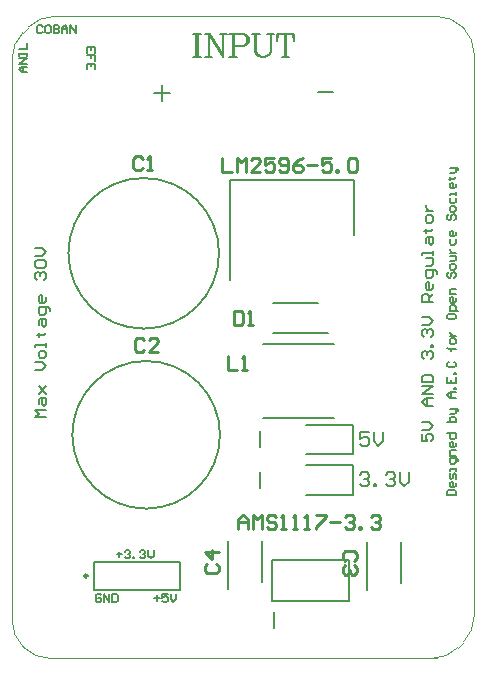
<source format=gto>
G04*
G04 #@! TF.GenerationSoftware,Altium Limited,Altium Designer,20.0.13 (296)*
G04*
G04 Layer_Color=65535*
%FSLAX44Y44*%
%MOMM*%
G71*
G01*
G75*
%ADD10C,0.1000*%
%ADD11C,0.2500*%
%ADD12C,0.2000*%
%ADD13C,0.2540*%
D10*
X1079500Y681990D02*
G03*
X1101180Y690970I0J30661D01*
G01*
X1106080Y695870D02*
G03*
X1115060Y717550I-21680J21680D01*
G01*
Y1193800D02*
G03*
X1106080Y1215480I-30661J0D01*
G01*
X1104990Y1216570D02*
G03*
X1083310Y1225550I-21680J-21680D01*
G01*
X1104990Y1216570D02*
G03*
X1083310Y1225550I-21680J-21680D01*
G01*
X759460D02*
G03*
X737780Y1216570I0J-30661D01*
G01*
X732880Y1211670D02*
G03*
X723900Y1189990I21680J-21680D01*
G01*
Y713740D02*
G03*
X732880Y692060I30661J0D01*
G01*
X733970Y690970D02*
G03*
X755650Y681990I21680J21680D01*
G01*
X733970Y690970D02*
G03*
X755650Y681990I21680J21680D01*
G01*
X759460Y1225550D02*
X1083310D01*
X1101180Y690970D02*
X1106080Y695870D01*
X1115060Y717550D02*
Y1193800D01*
X1104990Y1216570D02*
X1106080Y1215480D01*
X755650Y681990D02*
X1083310D01*
X732880Y1211670D02*
X737780Y1216570D01*
X723900Y713740D02*
Y1189990D01*
X732880Y692060D02*
X733970Y690970D01*
D11*
X787660Y751840D02*
G03*
X787660Y751840I-1250J0D01*
G01*
D12*
X899010Y1024890D02*
G03*
X899010Y1024890I-63750J0D01*
G01*
X899830Y871220D02*
G03*
X899830Y871220I-62500J0D01*
G01*
X792910Y740160D02*
X865710D01*
Y763520D01*
X792910D02*
X865710D01*
X792910Y740160D02*
Y763520D01*
X972820Y879910D02*
X1012070D01*
Y854910D02*
Y879910D01*
X972820Y854910D02*
X1012070D01*
X933450Y860660D02*
Y874160D01*
X1013600Y1040230D02*
Y1087230D01*
X908200D02*
X1013600D01*
X908200Y1001880D02*
Y1087230D01*
X936470Y948440D02*
X996470D01*
X936470Y885440D02*
X996470D01*
X944930Y957780D02*
X991030D01*
X944930Y982780D02*
X982930D01*
X973060Y845620D02*
X1012310D01*
Y820620D02*
Y845620D01*
X973060Y820620D02*
X1012310D01*
X933450Y826370D02*
Y839870D01*
X944110Y730510D02*
Y765550D01*
X1009150D01*
Y730510D02*
Y765550D01*
X944110Y730510D02*
X1009150D01*
X945480Y708030D02*
Y721030D01*
X1024610Y739770D02*
Y780770D01*
X1053110Y745770D02*
Y780770D01*
X906500Y740510D02*
Y781510D01*
X935000Y746510D02*
Y781510D01*
X749615Y1216871D02*
X748449Y1218038D01*
X746116D01*
X744950Y1216871D01*
Y1212206D01*
X746116Y1211040D01*
X748449D01*
X749615Y1212206D01*
X755447Y1218038D02*
X753114D01*
X751948Y1216871D01*
Y1212206D01*
X753114Y1211040D01*
X755447D01*
X756613Y1212206D01*
Y1216871D01*
X755447Y1218038D01*
X758945D02*
Y1211040D01*
X762444D01*
X763611Y1212206D01*
Y1213373D01*
X762444Y1214539D01*
X758945D01*
X762444D01*
X763611Y1215705D01*
Y1216871D01*
X762444Y1218038D01*
X758945D01*
X765943Y1211040D02*
Y1215705D01*
X768276Y1218038D01*
X770608Y1215705D01*
Y1211040D01*
Y1214539D01*
X765943D01*
X772941Y1211040D02*
Y1218038D01*
X777606Y1211040D01*
Y1218038D01*
X793858Y1194755D02*
Y1199420D01*
X786860D01*
Y1194755D01*
X790359Y1199420D02*
Y1197087D01*
X793858Y1187757D02*
Y1192422D01*
X790359D01*
Y1190090D01*
Y1192422D01*
X786860D01*
X793858Y1180759D02*
Y1185424D01*
X786860D01*
Y1180759D01*
X790359Y1185424D02*
Y1183092D01*
X736746Y1178241D02*
X732081D01*
X729748Y1180573D01*
X732081Y1182906D01*
X736746D01*
X733247D01*
Y1178241D01*
X736746Y1185238D02*
X729748D01*
X736746Y1189904D01*
X729748D01*
Y1192236D02*
Y1194569D01*
Y1193402D01*
X736746D01*
Y1192236D01*
Y1194569D01*
X729748Y1198068D02*
X736746D01*
Y1202733D01*
X752858Y885920D02*
X742861D01*
X746193Y889252D01*
X742861Y892585D01*
X752858D01*
X746193Y897583D02*
Y900915D01*
X747859Y902581D01*
X752858D01*
Y897583D01*
X751192Y895917D01*
X749526Y897583D01*
Y902581D01*
X746193Y905914D02*
X752858Y912578D01*
X749526Y909246D01*
X746193Y912578D01*
X752858Y905914D01*
X742861Y925907D02*
X749526D01*
X752858Y929239D01*
X749526Y932572D01*
X742861D01*
X752858Y937570D02*
Y940902D01*
X751192Y942568D01*
X747859D01*
X746193Y940902D01*
Y937570D01*
X747859Y935904D01*
X751192D01*
X752858Y937570D01*
Y945901D02*
Y949233D01*
Y947567D01*
X742861D01*
Y945901D01*
X744527Y955898D02*
X746193D01*
Y954231D01*
Y957564D01*
Y955898D01*
X751192D01*
X752858Y957564D01*
X746193Y964228D02*
Y967560D01*
X747859Y969227D01*
X752858D01*
Y964228D01*
X751192Y962562D01*
X749526Y964228D01*
Y969227D01*
X756190Y975891D02*
Y977557D01*
X754524Y979223D01*
X746193D01*
Y974225D01*
X747859Y972559D01*
X751192D01*
X752858Y974225D01*
Y979223D01*
Y987554D02*
Y984222D01*
X751192Y982555D01*
X747859D01*
X746193Y984222D01*
Y987554D01*
X747859Y989220D01*
X749526D01*
Y982555D01*
X744527Y1002549D02*
X742861Y1004215D01*
Y1007548D01*
X744527Y1009214D01*
X746193D01*
X747859Y1007548D01*
Y1005881D01*
Y1007548D01*
X749526Y1009214D01*
X751192D01*
X752858Y1007548D01*
Y1004215D01*
X751192Y1002549D01*
X744527Y1012546D02*
X742861Y1014212D01*
Y1017544D01*
X744527Y1019210D01*
X751192D01*
X752858Y1017544D01*
Y1014212D01*
X751192Y1012546D01*
X744527D01*
X742861Y1022543D02*
X749526D01*
X752858Y1025875D01*
X749526Y1029207D01*
X742861D01*
X1070521Y872264D02*
Y865600D01*
X1075519D01*
X1073853Y868932D01*
Y870598D01*
X1075519Y872264D01*
X1078852D01*
X1080518Y870598D01*
Y867266D01*
X1078852Y865600D01*
X1070521Y875597D02*
X1077186D01*
X1080518Y878929D01*
X1077186Y882261D01*
X1070521D01*
X1080518Y895590D02*
X1073853D01*
X1070521Y898923D01*
X1073853Y902255D01*
X1080518D01*
X1075519D01*
Y895590D01*
X1080518Y905587D02*
X1070521D01*
X1080518Y912252D01*
X1070521D01*
Y915584D02*
X1080518D01*
Y920582D01*
X1078852Y922248D01*
X1072187D01*
X1070521Y920582D01*
Y915584D01*
X1072187Y935577D02*
X1070521Y937244D01*
Y940576D01*
X1072187Y942242D01*
X1073853D01*
X1075519Y940576D01*
Y938910D01*
Y940576D01*
X1077186Y942242D01*
X1078852D01*
X1080518Y940576D01*
Y937244D01*
X1078852Y935577D01*
X1080518Y945574D02*
X1078852D01*
Y947240D01*
X1080518D01*
Y945574D01*
X1072187Y953905D02*
X1070521Y955571D01*
Y958903D01*
X1072187Y960569D01*
X1073853D01*
X1075519Y958903D01*
Y957237D01*
Y958903D01*
X1077186Y960569D01*
X1078852D01*
X1080518Y958903D01*
Y955571D01*
X1078852Y953905D01*
X1070521Y963902D02*
X1077186D01*
X1080518Y967234D01*
X1077186Y970566D01*
X1070521D01*
X1080518Y983895D02*
X1070521D01*
Y988894D01*
X1072187Y990560D01*
X1075519D01*
X1077186Y988894D01*
Y983895D01*
Y987227D02*
X1080518Y990560D01*
Y998890D02*
Y995558D01*
X1078852Y993892D01*
X1075519D01*
X1073853Y995558D01*
Y998890D01*
X1075519Y1000556D01*
X1077186D01*
Y993892D01*
X1083850Y1007221D02*
Y1008887D01*
X1082184Y1010553D01*
X1073853D01*
Y1005555D01*
X1075519Y1003889D01*
X1078852D01*
X1080518Y1005555D01*
Y1010553D01*
X1073853Y1013886D02*
X1078852D01*
X1080518Y1015552D01*
Y1020550D01*
X1073853D01*
X1080518Y1023882D02*
Y1027215D01*
Y1025548D01*
X1070521D01*
Y1023882D01*
X1073853Y1033879D02*
Y1037211D01*
X1075519Y1038877D01*
X1080518D01*
Y1033879D01*
X1078852Y1032213D01*
X1077186Y1033879D01*
Y1038877D01*
X1072187Y1043876D02*
X1073853D01*
Y1042210D01*
Y1045542D01*
Y1043876D01*
X1078852D01*
X1080518Y1045542D01*
Y1052206D02*
Y1055539D01*
X1078852Y1057205D01*
X1075519D01*
X1073853Y1055539D01*
Y1052206D01*
X1075519Y1050540D01*
X1078852D01*
X1080518Y1052206D01*
X1073853Y1060537D02*
X1080518D01*
X1077186D01*
X1075519Y1062203D01*
X1073853Y1063869D01*
Y1065536D01*
X1092300Y819880D02*
X1099297D01*
Y823379D01*
X1098131Y824545D01*
X1093466D01*
X1092300Y823379D01*
Y819880D01*
X1099297Y830377D02*
Y828044D01*
X1098131Y826878D01*
X1095798D01*
X1094632Y828044D01*
Y830377D01*
X1095798Y831543D01*
X1096965D01*
Y826878D01*
X1099297Y833876D02*
Y837374D01*
X1098131Y838541D01*
X1096965Y837374D01*
Y835042D01*
X1095798Y833876D01*
X1094632Y835042D01*
Y838541D01*
X1099297Y840873D02*
Y843206D01*
Y842039D01*
X1094632D01*
Y840873D01*
X1101630Y849037D02*
Y850204D01*
X1100464Y851370D01*
X1094632D01*
Y847871D01*
X1095798Y846705D01*
X1098131D01*
X1099297Y847871D01*
Y851370D01*
Y853702D02*
X1094632D01*
Y857201D01*
X1095798Y858368D01*
X1099297D01*
Y864199D02*
Y861867D01*
X1098131Y860700D01*
X1095798D01*
X1094632Y861867D01*
Y864199D01*
X1095798Y865365D01*
X1096965D01*
Y860700D01*
X1092300Y872363D02*
X1099297D01*
Y868864D01*
X1098131Y867698D01*
X1095798D01*
X1094632Y868864D01*
Y872363D01*
X1092300Y881693D02*
X1099297D01*
Y885192D01*
X1098131Y886359D01*
X1096965D01*
X1095798D01*
X1094632Y885192D01*
Y881693D01*
Y888691D02*
X1098131D01*
X1099297Y889857D01*
Y893356D01*
X1100464D01*
X1101630Y892190D01*
Y891024D01*
X1099297Y893356D02*
X1094632D01*
X1099297Y902687D02*
X1094632D01*
X1092300Y905019D01*
X1094632Y907352D01*
X1099297D01*
X1095798D01*
Y902687D01*
X1099297Y909685D02*
X1098131D01*
Y910851D01*
X1099297D01*
Y909685D01*
X1092300Y920181D02*
Y915516D01*
X1099297D01*
Y920181D01*
X1095798Y915516D02*
Y917849D01*
X1099297Y922514D02*
X1098131D01*
Y923680D01*
X1099297D01*
Y922514D01*
X1093466Y933010D02*
X1092300Y931844D01*
Y929511D01*
X1093466Y928345D01*
X1098131D01*
X1099297Y929511D01*
Y931844D01*
X1098131Y933010D01*
X1099297Y943507D02*
X1093466D01*
X1095798D01*
Y942341D01*
Y944673D01*
Y943507D01*
X1093466D01*
X1092300Y944673D01*
X1099297Y949338D02*
Y951671D01*
X1098131Y952837D01*
X1095798D01*
X1094632Y951671D01*
Y949338D01*
X1095798Y948172D01*
X1098131D01*
X1099297Y949338D01*
X1094632Y955170D02*
X1099297D01*
X1096965D01*
X1095798Y956336D01*
X1094632Y957502D01*
Y958669D01*
X1092300Y972664D02*
Y970332D01*
X1093466Y969165D01*
X1098131D01*
X1099297Y970332D01*
Y972664D01*
X1098131Y973830D01*
X1093466D01*
X1092300Y972664D01*
X1101630Y976163D02*
X1094632D01*
Y979662D01*
X1095798Y980828D01*
X1098131D01*
X1099297Y979662D01*
Y976163D01*
Y986660D02*
Y984327D01*
X1098131Y983161D01*
X1095798D01*
X1094632Y984327D01*
Y986660D01*
X1095798Y987826D01*
X1096965D01*
Y983161D01*
X1099297Y990159D02*
X1094632D01*
Y993658D01*
X1095798Y994824D01*
X1099297D01*
X1093466Y1008819D02*
X1092300Y1007653D01*
Y1005320D01*
X1093466Y1004154D01*
X1094632D01*
X1095798Y1005320D01*
Y1007653D01*
X1096965Y1008819D01*
X1098131D01*
X1099297Y1007653D01*
Y1005320D01*
X1098131Y1004154D01*
X1099297Y1012318D02*
Y1014651D01*
X1098131Y1015817D01*
X1095798D01*
X1094632Y1014651D01*
Y1012318D01*
X1095798Y1011152D01*
X1098131D01*
X1099297Y1012318D01*
X1094632Y1018150D02*
X1098131D01*
X1099297Y1019316D01*
Y1022815D01*
X1094632D01*
Y1025147D02*
X1099297D01*
X1096965D01*
X1095798Y1026314D01*
X1094632Y1027480D01*
Y1028646D01*
Y1036810D02*
Y1033311D01*
X1095798Y1032145D01*
X1098131D01*
X1099297Y1033311D01*
Y1036810D01*
Y1042642D02*
Y1040309D01*
X1098131Y1039143D01*
X1095798D01*
X1094632Y1040309D01*
Y1042642D01*
X1095798Y1043808D01*
X1096965D01*
Y1039143D01*
X1093466Y1057803D02*
X1092300Y1056637D01*
Y1054305D01*
X1093466Y1053138D01*
X1094632D01*
X1095798Y1054305D01*
Y1056637D01*
X1096965Y1057803D01*
X1098131D01*
X1099297Y1056637D01*
Y1054305D01*
X1098131Y1053138D01*
X1099297Y1061302D02*
Y1063635D01*
X1098131Y1064801D01*
X1095798D01*
X1094632Y1063635D01*
Y1061302D01*
X1095798Y1060136D01*
X1098131D01*
X1099297Y1061302D01*
X1094632Y1071799D02*
Y1068300D01*
X1095798Y1067134D01*
X1098131D01*
X1099297Y1068300D01*
Y1071799D01*
Y1074132D02*
Y1076464D01*
Y1075298D01*
X1094632D01*
Y1074132D01*
X1099297Y1083462D02*
Y1081129D01*
X1098131Y1079963D01*
X1095798D01*
X1094632Y1081129D01*
Y1083462D01*
X1095798Y1084628D01*
X1096965D01*
Y1079963D01*
X1093466Y1088127D02*
X1094632D01*
Y1086961D01*
Y1089293D01*
Y1088127D01*
X1098131D01*
X1099297Y1089293D01*
X1094632Y1092792D02*
X1098131D01*
X1099297Y1093959D01*
Y1097457D01*
X1100464D01*
X1101630Y1096291D01*
Y1095125D01*
X1099297Y1097457D02*
X1094632D01*
X844010Y733209D02*
X848675D01*
X846343Y735542D02*
Y730876D01*
X855673Y736708D02*
X851008D01*
Y733209D01*
X853340Y734375D01*
X854507D01*
X855673Y733209D01*
Y730876D01*
X854507Y729710D01*
X852174D01*
X851008Y730876D01*
X858006Y736708D02*
Y732043D01*
X860338Y729710D01*
X862671Y732043D01*
Y736708D01*
X812260Y770039D02*
X816925D01*
X814593Y772372D02*
Y767706D01*
X819258Y772372D02*
X820424Y773538D01*
X822757D01*
X823923Y772372D01*
Y771205D01*
X822757Y770039D01*
X821590D01*
X822757D01*
X823923Y768873D01*
Y767706D01*
X822757Y766540D01*
X820424D01*
X819258Y767706D01*
X826255Y766540D02*
Y767706D01*
X827422D01*
Y766540D01*
X826255D01*
X832087Y772372D02*
X833253Y773538D01*
X835586D01*
X836752Y772372D01*
Y771205D01*
X835586Y770039D01*
X834419D01*
X835586D01*
X836752Y768873D01*
Y767706D01*
X835586Y766540D01*
X833253D01*
X832087Y767706D01*
X839085Y773538D02*
Y768873D01*
X841417Y766540D01*
X843750Y768873D01*
Y773538D01*
X799145Y735542D02*
X797979Y736708D01*
X795646D01*
X794480Y735542D01*
Y730876D01*
X795646Y729710D01*
X797979D01*
X799145Y730876D01*
Y733209D01*
X796813D01*
X801478Y729710D02*
Y736708D01*
X806143Y729710D01*
Y736708D01*
X808475D02*
Y729710D01*
X811974D01*
X813141Y730876D01*
Y735542D01*
X811974Y736708D01*
X808475D01*
X1018000Y837497D02*
X1019999Y839496D01*
X1023998D01*
X1025997Y837497D01*
Y835497D01*
X1023998Y833498D01*
X1021999D01*
X1023998D01*
X1025997Y831499D01*
Y829499D01*
X1023998Y827500D01*
X1019999D01*
X1018000Y829499D01*
X1029996Y827500D02*
Y829499D01*
X1031995D01*
Y827500D01*
X1029996D01*
X1039993Y837497D02*
X1041992Y839496D01*
X1045991D01*
X1047990Y837497D01*
Y835497D01*
X1045991Y833498D01*
X1043992D01*
X1045991D01*
X1047990Y831499D01*
Y829499D01*
X1045991Y827500D01*
X1041992D01*
X1039993Y829499D01*
X1051989Y839496D02*
Y831499D01*
X1055988Y827500D01*
X1059986Y831499D01*
Y839496D01*
X1025997Y873786D02*
X1018000D01*
Y867788D01*
X1021999Y869787D01*
X1023998D01*
X1025997Y867788D01*
Y863789D01*
X1023998Y861790D01*
X1019999D01*
X1018000Y863789D01*
X1029996Y873786D02*
Y865789D01*
X1033995Y861790D01*
X1037993Y865789D01*
Y873786D01*
X982440Y1161510D02*
X995769D01*
X844010Y1160555D02*
X857339D01*
X850675Y1167219D02*
Y1153890D01*
X879886Y1210716D02*
Y1190720D01*
X880839Y1210716D02*
Y1190720D01*
X877030Y1210716D02*
X883695D01*
X877030Y1190720D02*
X883695D01*
X890170Y1210716D02*
Y1190720D01*
X891122Y1210716D02*
X902548Y1192624D01*
X891122Y1208811D02*
X902548Y1190720D01*
Y1210716D02*
Y1190720D01*
X887314Y1210716D02*
X891122D01*
X899692D02*
X905405D01*
X887314Y1190720D02*
X893027D01*
X910737Y1210716D02*
Y1190720D01*
X911689Y1210716D02*
Y1190720D01*
X907881Y1210716D02*
X919307D01*
X922163Y1209763D01*
X923115Y1208811D01*
X924068Y1206907D01*
Y1204051D01*
X923115Y1202146D01*
X922163Y1201194D01*
X919307Y1200242D01*
X911689D01*
X919307Y1210716D02*
X921211Y1209763D01*
X922163Y1208811D01*
X923115Y1206907D01*
Y1204051D01*
X922163Y1202146D01*
X921211Y1201194D01*
X919307Y1200242D01*
X907881Y1190720D02*
X914546D01*
X929590Y1210716D02*
Y1196433D01*
X930542Y1193577D01*
X932447Y1191672D01*
X935303Y1190720D01*
X937208D01*
X940064Y1191672D01*
X941969Y1193577D01*
X942921Y1196433D01*
Y1210716D01*
X930542D02*
Y1196433D01*
X931495Y1193577D01*
X933399Y1191672D01*
X935303Y1190720D01*
X926734Y1210716D02*
X933399D01*
X940064D02*
X945777D01*
X954823D02*
Y1190720D01*
X955775Y1210716D02*
Y1190720D01*
X949110Y1210716D02*
X948158Y1205003D01*
Y1210716D01*
X962440D01*
Y1205003D01*
X961488Y1210716D01*
X951966Y1190720D02*
X958632D01*
D13*
X901869Y1105818D02*
Y1093822D01*
X909866D01*
X913865D02*
Y1105818D01*
X917863Y1101819D01*
X921862Y1105818D01*
Y1093822D01*
X933858D02*
X925861D01*
X933858Y1101819D01*
Y1103819D01*
X931859Y1105818D01*
X927860D01*
X925861Y1103819D01*
X945854Y1105818D02*
X937857D01*
Y1099820D01*
X941855Y1101819D01*
X943855D01*
X945854Y1099820D01*
Y1095821D01*
X943855Y1093822D01*
X939856D01*
X937857Y1095821D01*
X949853D02*
X951852Y1093822D01*
X955851D01*
X957850Y1095821D01*
Y1103819D01*
X955851Y1105818D01*
X951852D01*
X949853Y1103819D01*
Y1101819D01*
X951852Y1099820D01*
X957850D01*
X969846Y1105818D02*
X965848Y1103819D01*
X961849Y1099820D01*
Y1095821D01*
X963848Y1093822D01*
X967847D01*
X969846Y1095821D01*
Y1097821D01*
X967847Y1099820D01*
X961849D01*
X973845D02*
X981843D01*
X993839Y1105818D02*
X985841D01*
Y1099820D01*
X989840Y1101819D01*
X991839D01*
X993839Y1099820D01*
Y1095821D01*
X991839Y1093822D01*
X987841D01*
X985841Y1095821D01*
X997837Y1093822D02*
Y1095821D01*
X999837D01*
Y1093822D01*
X997837D01*
X1007834Y1103819D02*
X1009834Y1105818D01*
X1013832D01*
X1015832Y1103819D01*
Y1095821D01*
X1013832Y1093822D01*
X1009834D01*
X1007834Y1095821D01*
Y1103819D01*
X906403Y938178D02*
Y926182D01*
X914400D01*
X918399D02*
X922397D01*
X920398D01*
Y938178D01*
X918399Y936179D01*
X911483Y976278D02*
Y964282D01*
X917481D01*
X919480Y966281D01*
Y974279D01*
X917481Y976278D01*
X911483D01*
X923479Y964282D02*
X927477D01*
X925478D01*
Y976278D01*
X923479Y974279D01*
X834390Y1105089D02*
X832391Y1107088D01*
X828392D01*
X826393Y1105089D01*
Y1097091D01*
X828392Y1095092D01*
X832391D01*
X834390Y1097091D01*
X838389Y1095092D02*
X842387D01*
X840388D01*
Y1107088D01*
X838389Y1105089D01*
X835731Y951419D02*
X833731Y953418D01*
X829733D01*
X827733Y951419D01*
Y943421D01*
X829733Y941422D01*
X833731D01*
X835731Y943421D01*
X847727Y941422D02*
X839729D01*
X847727Y949419D01*
Y951419D01*
X845727Y953418D01*
X841729D01*
X839729Y951419D01*
X915379Y791562D02*
Y799559D01*
X919378Y803558D01*
X923377Y799559D01*
Y791562D01*
Y797560D01*
X915379D01*
X927375Y791562D02*
Y803558D01*
X931374Y799559D01*
X935373Y803558D01*
Y791562D01*
X947369Y801559D02*
X945370Y803558D01*
X941371D01*
X939372Y801559D01*
Y799559D01*
X941371Y797560D01*
X945370D01*
X947369Y795561D01*
Y793561D01*
X945370Y791562D01*
X941371D01*
X939372Y793561D01*
X951368Y791562D02*
X955366D01*
X953367D01*
Y803558D01*
X951368Y801559D01*
X961365Y791562D02*
X965363D01*
X963364D01*
Y803558D01*
X961365Y801559D01*
X971361Y791562D02*
X975360D01*
X973361D01*
Y803558D01*
X971361Y801559D01*
X981358Y803558D02*
X989355D01*
Y801559D01*
X981358Y793561D01*
Y791562D01*
X993354Y797560D02*
X1001352D01*
X1005350Y801559D02*
X1007350Y803558D01*
X1011348D01*
X1013348Y801559D01*
Y799559D01*
X1011348Y797560D01*
X1009349D01*
X1011348D01*
X1013348Y795561D01*
Y793561D01*
X1011348Y791562D01*
X1007350D01*
X1005350Y793561D01*
X1017346Y791562D02*
Y793561D01*
X1019346D01*
Y791562D01*
X1017346D01*
X1027343Y801559D02*
X1029343Y803558D01*
X1033341D01*
X1035341Y801559D01*
Y799559D01*
X1033341Y797560D01*
X1031342D01*
X1033341D01*
X1035341Y795561D01*
Y793561D01*
X1033341Y791562D01*
X1029343D01*
X1027343Y793561D01*
X1013649Y764739D02*
X1015648Y766739D01*
Y770737D01*
X1013649Y772737D01*
X1005651D01*
X1003652Y770737D01*
Y766739D01*
X1005651Y764739D01*
X1013649Y760741D02*
X1015648Y758741D01*
Y754743D01*
X1013649Y752743D01*
X1011649D01*
X1009650Y754743D01*
Y756742D01*
Y754743D01*
X1007651Y752743D01*
X1005651D01*
X1003652Y754743D01*
Y758741D01*
X1005651Y760741D01*
X888811Y762011D02*
X886812Y760011D01*
Y756013D01*
X888811Y754013D01*
X896809D01*
X898808Y756013D01*
Y760011D01*
X896809Y762011D01*
X898808Y772007D02*
X886812D01*
X892810Y766009D01*
Y774007D01*
M02*

</source>
